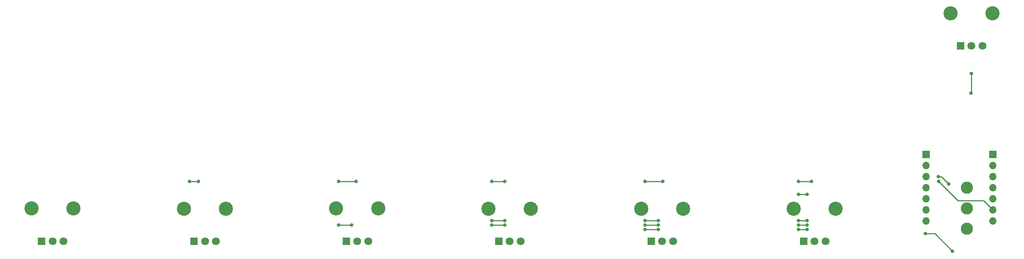
<source format=gbr>
%TF.GenerationSoftware,KiCad,Pcbnew,7.0.5-0*%
%TF.CreationDate,2023-08-11T11:25:24-04:00*%
%TF.ProjectId,AmpSim,416d7053-696d-42e6-9b69-6361645f7063,rev?*%
%TF.SameCoordinates,Original*%
%TF.FileFunction,Copper,L2,Bot*%
%TF.FilePolarity,Positive*%
%FSLAX46Y46*%
G04 Gerber Fmt 4.6, Leading zero omitted, Abs format (unit mm)*
G04 Created by KiCad (PCBNEW 7.0.5-0) date 2023-08-11 11:25:24*
%MOMM*%
%LPD*%
G01*
G04 APERTURE LIST*
%TA.AperFunction,ComponentPad*%
%ADD10C,2.800000*%
%TD*%
%TA.AperFunction,ComponentPad*%
%ADD11C,1.800000*%
%TD*%
%TA.AperFunction,ComponentPad*%
%ADD12R,1.800000X1.800000*%
%TD*%
%TA.AperFunction,ComponentPad*%
%ADD13C,3.240000*%
%TD*%
%TA.AperFunction,ComponentPad*%
%ADD14R,1.700000X1.700000*%
%TD*%
%TA.AperFunction,ComponentPad*%
%ADD15O,1.700000X1.700000*%
%TD*%
%TA.AperFunction,ViaPad*%
%ADD16C,0.800000*%
%TD*%
%TA.AperFunction,Conductor*%
%ADD17C,0.250000*%
%TD*%
G04 APERTURE END LIST*
D10*
%TO.P,SW1,1,A*%
%TO.N,+3.3V*%
X270500000Y-212900000D03*
%TO.P,SW1,2,B*%
%TO.N,/P2*%
X270500000Y-208200000D03*
%TO.P,SW1,3,C*%
%TO.N,GND*%
X270500000Y-203500000D03*
%TD*%
D11*
%TO.P,RV2,3,3*%
%TO.N,GND*%
X133780000Y-215725000D03*
%TO.P,RV2,2,2*%
%TO.N,/P9*%
X131280000Y-215725000D03*
D12*
%TO.P,RV2,1,1*%
%TO.N,+3.3V*%
X128780000Y-215725000D03*
D13*
%TO.P,RV2,*%
%TO.N,*%
X136080000Y-208225000D03*
X126480000Y-208225000D03*
%TD*%
D11*
%TO.P,RV4,3,3*%
%TO.N,GND*%
X274000000Y-171000000D03*
%TO.P,RV4,2,2*%
%TO.N,/P1*%
X271500000Y-171000000D03*
D12*
%TO.P,RV4,1,1*%
%TO.N,+3.3V*%
X269000000Y-171000000D03*
D13*
%TO.P,RV4,*%
%TO.N,*%
X276300000Y-163500000D03*
X266700000Y-163500000D03*
%TD*%
D11*
%TO.P,RV6,3,3*%
%TO.N,GND*%
X64220000Y-215735000D03*
%TO.P,RV6,2,2*%
%TO.N,/P5*%
X61720000Y-215735000D03*
D12*
%TO.P,RV6,1,1*%
%TO.N,+3.3V*%
X59220000Y-215735000D03*
D13*
%TO.P,RV6,*%
%TO.N,*%
X66520000Y-208235000D03*
X56920000Y-208235000D03*
%TD*%
D11*
%TO.P,RV5,3,3*%
%TO.N,GND*%
X203390000Y-215785000D03*
%TO.P,RV5,2,2*%
%TO.N,/P7*%
X200890000Y-215785000D03*
D12*
%TO.P,RV5,1,1*%
%TO.N,+3.3V*%
X198390000Y-215785000D03*
D13*
%TO.P,RV5,*%
%TO.N,*%
X205690000Y-208285000D03*
X196090000Y-208285000D03*
%TD*%
D11*
%TO.P,RV1,3,3*%
%TO.N,GND*%
X168570000Y-215765000D03*
%TO.P,RV1,2,2*%
%TO.N,/P8*%
X166070000Y-215765000D03*
D12*
%TO.P,RV1,1,1*%
%TO.N,+3.3V*%
X163570000Y-215765000D03*
D13*
%TO.P,RV1,*%
%TO.N,*%
X170870000Y-208265000D03*
X161270000Y-208265000D03*
%TD*%
D11*
%TO.P,RV3,3,3*%
%TO.N,GND*%
X99030000Y-215765000D03*
%TO.P,RV3,2,2*%
%TO.N,/P10*%
X96530000Y-215765000D03*
D12*
%TO.P,RV3,1,1*%
%TO.N,+3.3V*%
X94030000Y-215765000D03*
D13*
%TO.P,RV3,*%
%TO.N,*%
X101330000Y-208265000D03*
X91730000Y-208265000D03*
%TD*%
%TO.P,RV7,*%
%TO.N,*%
X230890000Y-208260000D03*
X240490000Y-208260000D03*
D12*
%TO.P,RV7,1,1*%
%TO.N,+3.3V*%
X233190000Y-215760000D03*
D11*
%TO.P,RV7,2,2*%
%TO.N,/P6*%
X235690000Y-215760000D03*
%TO.P,RV7,3,3*%
%TO.N,GND*%
X238190000Y-215760000D03*
%TD*%
D14*
%TO.P,J2,1,Pin_1*%
%TO.N,/+5V*%
X261160000Y-195860000D03*
D15*
%TO.P,J2,2,Pin_2*%
%TO.N,GND*%
X261160000Y-198400000D03*
%TO.P,J2,3,Pin_3*%
%TO.N,+3.3V*%
X261160000Y-200940000D03*
%TO.P,J2,4,Pin_4*%
%TO.N,/P10*%
X261160000Y-203480000D03*
%TO.P,J2,5,Pin_5*%
%TO.N,/P9*%
X261160000Y-206020000D03*
%TO.P,J2,6,Pin_6*%
%TO.N,/P8*%
X261160000Y-208560000D03*
%TO.P,J2,7,Pin_7*%
%TO.N,/P7*%
X261160000Y-211100000D03*
%TD*%
D14*
%TO.P,J1,1,Pin_1*%
%TO.N,/P0*%
X276400000Y-195840000D03*
D15*
%TO.P,J1,2,Pin_2*%
%TO.N,/P1*%
X276400000Y-198380000D03*
%TO.P,J1,3,Pin_3*%
%TO.N,/P2*%
X276400000Y-200920000D03*
%TO.P,J1,4,Pin_4*%
%TO.N,/P3*%
X276400000Y-203460000D03*
%TO.P,J1,5,Pin_5*%
%TO.N,/P4*%
X276400000Y-206000000D03*
%TO.P,J1,6,Pin_6*%
%TO.N,/P5*%
X276400000Y-208540000D03*
%TO.P,J1,7,Pin_7*%
%TO.N,/P6*%
X276400000Y-211080000D03*
%TD*%
D16*
%TO.N,+3.3V*%
X266300000Y-202600000D03*
X263900000Y-200900000D03*
%TO.N,/P6*%
X267200000Y-218000000D03*
%TO.N,/P1*%
X271400000Y-181800000D03*
X271500000Y-177300000D03*
%TO.N,/P5*%
X131000000Y-202000000D03*
X264000000Y-202000000D03*
X162000000Y-202000000D03*
X201000000Y-202000000D03*
X165000000Y-202000000D03*
X232000000Y-202000000D03*
X95000000Y-202000000D03*
X197000000Y-202000000D03*
X127000000Y-202000000D03*
X93000000Y-202000000D03*
X235000000Y-202000000D03*
%TO.N,/P6*%
X261000000Y-214000000D03*
%TO.N,/P10*%
X232000000Y-205000000D03*
X197000000Y-211000000D03*
X127000000Y-212000000D03*
X165000000Y-211000000D03*
X130000000Y-212000000D03*
X162000000Y-211000000D03*
X200000000Y-211000000D03*
X234000000Y-205000000D03*
%TO.N,/P9*%
X165000000Y-212000000D03*
X200000000Y-212000000D03*
X197000000Y-212000000D03*
X234000000Y-211000000D03*
X232000000Y-211000000D03*
X162000000Y-212000000D03*
%TO.N,/P8*%
X200000000Y-213000000D03*
X234000000Y-212000000D03*
X232000000Y-212000000D03*
X197000000Y-213000000D03*
%TO.N,/P7*%
X234000000Y-213000000D03*
X232000000Y-213000000D03*
%TD*%
D17*
%TO.N,+3.3V*%
X263900000Y-200900000D02*
X264600000Y-200900000D01*
X264600000Y-200900000D02*
X266300000Y-202600000D01*
%TO.N,/P6*%
X263200000Y-214000000D02*
X267200000Y-218000000D01*
X261000000Y-214000000D02*
X263200000Y-214000000D01*
%TO.N,/P5*%
X264000000Y-202000000D02*
X268400000Y-206400000D01*
X268400000Y-206400000D02*
X274260000Y-206400000D01*
X274260000Y-206400000D02*
X276400000Y-208540000D01*
%TO.N,/P1*%
X271500000Y-181700000D02*
X271400000Y-181800000D01*
X271500000Y-177300000D02*
X271500000Y-181700000D01*
%TO.N,/P5*%
X93000000Y-202000000D02*
X95000000Y-202000000D01*
X232000000Y-202000000D02*
X235000000Y-202000000D01*
X197000000Y-202000000D02*
X201000000Y-202000000D01*
X127000000Y-202000000D02*
X131000000Y-202000000D01*
X162000000Y-202000000D02*
X165000000Y-202000000D01*
%TO.N,/P10*%
X197000000Y-211000000D02*
X200000000Y-211000000D01*
X127000000Y-212000000D02*
X130000000Y-212000000D01*
X232000000Y-205000000D02*
X234000000Y-205000000D01*
X162000000Y-211000000D02*
X165000000Y-211000000D01*
%TO.N,/P9*%
X162000000Y-212000000D02*
X165000000Y-212000000D01*
X232000000Y-211000000D02*
X234000000Y-211000000D01*
X197000000Y-212000000D02*
X200000000Y-212000000D01*
%TO.N,/P8*%
X197000000Y-213000000D02*
X200000000Y-213000000D01*
X232000000Y-212000000D02*
X234000000Y-212000000D01*
%TO.N,/P7*%
X232000000Y-213000000D02*
X234000000Y-213000000D01*
%TD*%
M02*

</source>
